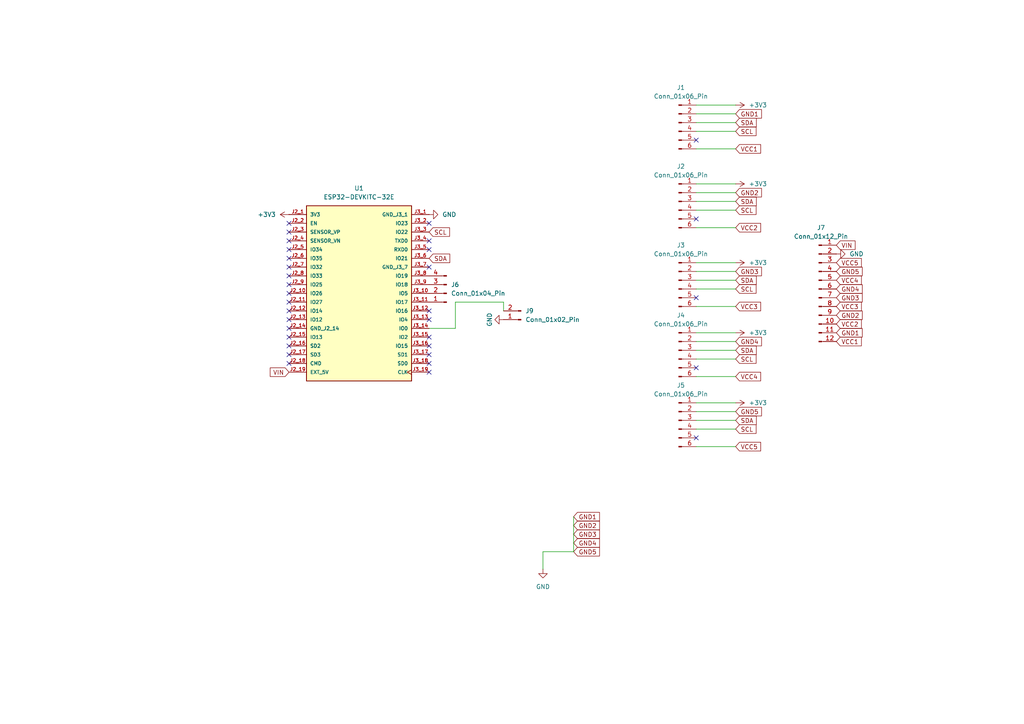
<source format=kicad_sch>
(kicad_sch (version 20231120) (generator "eeschema") (generator_version "8.0")
  (paper "A4")
  (lib_symbols
    (symbol "Connector:Conn_01x02_Pin" (pin_names (offset 1.016) hide)
      (property "Reference" "J" (at 0 2.54 0))
      (property "Value" "Conn_01x02_Pin" (at 0 -5.08 0))
      (symbol "Conn_01x02_Pin_1_1"
        (polyline (pts (xy 1.27 -2.54) (xy 0.8636 -2.54)) (stroke (width 0.1524)))
        (polyline (pts (xy 1.27 0) (xy 0.8636 0)) (stroke (width 0.1524)))
        (rectangle (start 0.8636 -2.413) (end 0 -2.667) (stroke (width 0.1524)) (fill (type outline)))
        (rectangle (start 0.8636 0.127) (end 0 -0.127) (stroke (width 0.1524)) (fill (type outline)))
        (pin passive line (at 5.08 0 180) (length 3.81) (name "Pin_1") (number "1"))
        (pin passive line (at 5.08 -2.54 180) (length 3.81) (name "Pin_2") (number "2"))
      )
    )
    (symbol "Connector:Conn_01x04_Pin" (pin_names (offset 1.016) hide)
      (property "Reference" "J" (at 0 5.08 0))
      (property "Value" "Conn_01x04_Pin" (at 0 -7.62 0))
      (symbol "Conn_01x04_Pin_1_1"
        (polyline (pts (xy 1.27 -5.08) (xy 0.8636 -5.08)) (stroke (width 0.1524)))
        (polyline (pts (xy 1.27 -2.54) (xy 0.8636 -2.54)) (stroke (width 0.1524)))
        (polyline (pts (xy 1.27 0) (xy 0.8636 0)) (stroke (width 0.1524)))
        (polyline (pts (xy 1.27 2.54) (xy 0.8636 2.54)) (stroke (width 0.1524)))
        (rectangle (start 0.8636 -4.953) (end 0 -5.207) (stroke (width 0.1524)) (fill (type outline)))
        (rectangle (start 0.8636 -2.413) (end 0 -2.667) (stroke (width 0.1524)) (fill (type outline)))
        (rectangle (start 0.8636 0.127) (end 0 -0.127) (stroke (width 0.1524)) (fill (type outline)))
        (rectangle (start 0.8636 2.667) (end 0 2.413) (stroke (width 0.1524)) (fill (type outline)))
        (pin passive line (at 5.08 2.54 180) (length 3.81) (name "Pin_1") (number "1"))
        (pin passive line (at 5.08 0 180) (length 3.81) (name "Pin_2") (number "2"))
        (pin passive line (at 5.08 -2.54 180) (length 3.81) (name "Pin_3") (number "3"))
        (pin passive line (at 5.08 -5.08 180) (length 3.81) (name "Pin_4") (number "4"))
      )
    )
    (symbol "Connector:Conn_01x06_Pin" (pin_names (offset 1.016) hide)
      (property "Reference" "J" (at 0 7.62 0))
      (property "Value" "Conn_01x06_Pin" (at 0 -10.16 0))
      (symbol "Conn_01x06_Pin_1_1"
        (polyline (pts (xy 1.27 -7.62) (xy 0.8636 -7.62)) (stroke (width 0.1524)))
        (polyline (pts (xy 1.27 -5.08) (xy 0.8636 -5.08)) (stroke (width 0.1524)))
        (polyline (pts (xy 1.27 -2.54) (xy 0.8636 -2.54)) (stroke (width 0.1524)))
        (polyline (pts (xy 1.27 0) (xy 0.8636 0)) (stroke (width 0.1524)))
        (polyline (pts (xy 1.27 2.54) (xy 0.8636 2.54)) (stroke (width 0.1524)))
        (polyline (pts (xy 1.27 5.08) (xy 0.8636 5.08)) (stroke (width 0.1524)))
        (rectangle (start 0.8636 -7.493) (end 0 -7.747) (stroke (width 0.1524)) (fill (type outline)))
        (rectangle (start 0.8636 -4.953) (end 0 -5.207) (stroke (width 0.1524)) (fill (type outline)))
        (rectangle (start 0.8636 -2.413) (end 0 -2.667) (stroke (width 0.1524)) (fill (type outline)))
        (rectangle (start 0.8636 0.127) (end 0 -0.127) (stroke (width 0.1524)) (fill (type outline)))
        (rectangle (start 0.8636 2.667) (end 0 2.413) (stroke (width 0.1524)) (fill (type outline)))
        (rectangle (start 0.8636 5.207) (end 0 4.953) (stroke (width 0.1524)) (fill (type outline)))
        (pin passive line (at 5.08 5.08 180) (length 3.81) (name "Pin_1") (number "1"))
        (pin passive line (at 5.08 2.54 180) (length 3.81) (name "Pin_2") (number "2"))
        (pin passive line (at 5.08 0 180) (length 3.81) (name "Pin_3") (number "3"))
        (pin passive line (at 5.08 -2.54 180) (length 3.81) (name "Pin_4") (number "4"))
        (pin passive line (at 5.08 -5.08 180) (length 3.81) (name "Pin_5") (number "5"))
        (pin passive line (at 5.08 -7.62 180) (length 3.81) (name "Pin_6") (number "6"))
      )
    )
    (symbol "Connector:Conn_01x12_Pin" (pin_names (offset 1.016) hide)
      (property "Reference" "J" (at 0 15.24 0))
      (property "Value" "Conn_01x12_Pin" (at 0 -17.78 0))
      (symbol "Conn_01x12_Pin_1_1"
        (polyline (pts (xy 1.27 -15.24) (xy 0.8636 -15.24)) (stroke (width 0.1524)))
        (polyline (pts (xy 1.27 -12.7) (xy 0.8636 -12.7)) (stroke (width 0.1524)))
        (polyline (pts (xy 1.27 -10.16) (xy 0.8636 -10.16)) (stroke (width 0.1524)))
        (polyline (pts (xy 1.27 -7.62) (xy 0.8636 -7.62)) (stroke (width 0.1524)))
        (polyline (pts (xy 1.27 -5.08) (xy 0.8636 -5.08)) (stroke (width 0.1524)))
        (polyline (pts (xy 1.27 -2.54) (xy 0.8636 -2.54)) (stroke (width 0.1524)))
        (polyline (pts (xy 1.27 0) (xy 0.8636 0)) (stroke (width 0.1524)))
        (polyline (pts (xy 1.27 2.54) (xy 0.8636 2.54)) (stroke (width 0.1524)))
        (polyline (pts (xy 1.27 5.08) (xy 0.8636 5.08)) (stroke (width 0.1524)))
        (polyline (pts (xy 1.27 7.62) (xy 0.8636 7.62)) (stroke (width 0.1524)))
        (polyline (pts (xy 1.27 10.16) (xy 0.8636 10.16)) (stroke (width 0.1524)))
        (polyline (pts (xy 1.27 12.7) (xy 0.8636 12.7)) (stroke (width 0.1524)))
        (rectangle (start 0.8636 -15.113) (end 0 -15.367) (stroke (width 0.1524)) (fill (type outline)))
        (rectangle (start 0.8636 -12.573) (end 0 -12.827) (stroke (width 0.1524)) (fill (type outline)))
        (rectangle (start 0.8636 -10.033) (end 0 -10.287) (stroke (width 0.1524)) (fill (type outline)))
        (rectangle (start 0.8636 -7.493) (end 0 -7.747) (stroke (width 0.1524)) (fill (type outline)))
        (rectangle (start 0.8636 -4.953) (end 0 -5.207) (stroke (width 0.1524)) (fill (type outline)))
        (rectangle (start 0.8636 -2.413) (end 0 -2.667) (stroke (width 0.1524)) (fill (type outline)))
        (rectangle (start 0.8636 0.127) (end 0 -0.127) (stroke (width 0.1524)) (fill (type outline)))
        (rectangle (start 0.8636 2.667) (end 0 2.413) (stroke (width 0.1524)) (fill (type outline)))
        (rectangle (start 0.8636 5.207) (end 0 4.953) (stroke (width 0.1524)) (fill (type outline)))
        (rectangle (start 0.8636 7.747) (end 0 7.493) (stroke (width 0.1524)) (fill (type outline)))
        (rectangle (start 0.8636 10.287) (end 0 10.033) (stroke (width 0.1524)) (fill (type outline)))
        (rectangle (start 0.8636 12.827) (end 0 12.573) (stroke (width 0.1524)) (fill (type outline)))
        (pin passive line (at 5.08 12.7 180) (length 3.81) (name "Pin_1") (number "1"))
        (pin passive line (at 5.08 -10.16 180) (length 3.81) (name "Pin_10") (number "10"))
        (pin passive line (at 5.08 -12.7 180) (length 3.81) (name "Pin_11") (number "11"))
        (pin passive line (at 5.08 -15.24 180) (length 3.81) (name "Pin_12") (number "12"))
        (pin passive line (at 5.08 10.16 180) (length 3.81) (name "Pin_2") (number "2"))
        (pin passive line (at 5.08 7.62 180) (length 3.81) (name "Pin_3") (number "3"))
        (pin passive line (at 5.08 5.08 180) (length 3.81) (name "Pin_4") (number "4"))
        (pin passive line (at 5.08 2.54 180) (length 3.81) (name "Pin_5") (number "5"))
        (pin passive line (at 5.08 0 180) (length 3.81) (name "Pin_6") (number "6"))
        (pin passive line (at 5.08 -2.54 180) (length 3.81) (name "Pin_7") (number "7"))
        (pin passive line (at 5.08 -5.08 180) (length 3.81) (name "Pin_8") (number "8"))
        (pin passive line (at 5.08 -7.62 180) (length 3.81) (name "Pin_9") (number "9"))
      )
    )
    (symbol "ESP32-DEVKITC-32E:ESP32-DEVKITC-32E" (pin_names (offset 1.016))
      (property "Reference" "U" (at -15.24 26.162 0))
      (property "Value" "ESP32-DEVKITC-32E" (at -15.24 -27.94 0))
      (symbol "ESP32-DEVKITC-32E_0_0"
        (rectangle (start -15.24 -25.4) (end 15.24 25.4) (stroke (width 0.254)) (fill (type background)))
        (pin power_in line (at -20.32 22.86 0) (length 5.08) (name "3V3") (number "J2_1"))
        (pin bidirectional line (at -20.32 0 0) (length 5.08) (name "IO26") (number "J2_10"))
        (pin bidirectional line (at -20.32 -2.54 0) (length 5.08) (name "IO27") (number "J2_11"))
        (pin bidirectional line (at -20.32 -5.08 0) (length 5.08) (name "IO14") (number "J2_12"))
        (pin bidirectional line (at -20.32 -7.62 0) (length 5.08) (name "IO12") (number "J2_13"))
        (pin power_in line (at -20.32 -10.16 0) (length 5.08) (name "GND_J2_14") (number "J2_14"))
        (pin bidirectional line (at -20.32 -12.7 0) (length 5.08) (name "IO13") (number "J2_15"))
        (pin bidirectional line (at -20.32 -15.24 0) (length 5.08) (name "SD2") (number "J2_16"))
        (pin bidirectional line (at -20.32 -17.78 0) (length 5.08) (name "SD3") (number "J2_17"))
        (pin bidirectional line (at -20.32 -20.32 0) (length 5.08) (name "CMD") (number "J2_18"))
        (pin power_in line (at -20.32 -22.86 0) (length 5.08) (name "EXT_5V") (number "J2_19"))
        (pin input line (at -20.32 20.32 0) (length 5.08) (name "EN") (number "J2_2"))
        (pin bidirectional line (at -20.32 17.78 0) (length 5.08) (name "SENSOR_VP") (number "J2_3"))
        (pin bidirectional line (at -20.32 15.24 0) (length 5.08) (name "SENSOR_VN") (number "J2_4"))
        (pin bidirectional line (at -20.32 12.7 0) (length 5.08) (name "IO34") (number "J2_5"))
        (pin bidirectional line (at -20.32 10.16 0) (length 5.08) (name "IO35") (number "J2_6"))
        (pin bidirectional line (at -20.32 7.62 0) (length 5.08) (name "IO32") (number "J2_7"))
        (pin bidirectional line (at -20.32 5.08 0) (length 5.08) (name "IO33") (number "J2_8"))
        (pin bidirectional line (at -20.32 2.54 0) (length 5.08) (name "IO25") (number "J2_9"))
        (pin power_in line (at 20.32 22.86 180) (length 5.08) (name "GND_J3_1") (number "J3_1"))
        (pin bidirectional line (at 20.32 0 180) (length 5.08) (name "IO5") (number "J3_10"))
        (pin bidirectional line (at 20.32 -2.54 180) (length 5.08) (name "IO17") (number "J3_11"))
        (pin bidirectional line (at 20.32 -5.08 180) (length 5.08) (name "IO16") (number "J3_12"))
        (pin bidirectional line (at 20.32 -7.62 180) (length 5.08) (name "IO4") (number "J3_13"))
        (pin bidirectional line (at 20.32 -10.16 180) (length 5.08) (name "IO0") (number "J3_14"))
        (pin bidirectional line (at 20.32 -12.7 180) (length 5.08) (name "IO2") (number "J3_15"))
        (pin bidirectional line (at 20.32 -15.24 180) (length 5.08) (name "IO15") (number "J3_16"))
        (pin bidirectional line (at 20.32 -17.78 180) (length 5.08) (name "SD1") (number "J3_17"))
        (pin bidirectional line (at 20.32 -20.32 180) (length 5.08) (name "SD0") (number "J3_18"))
        (pin bidirectional clock (at 20.32 -22.86 180) (length 5.08) (name "CLK") (number "J3_19"))
        (pin bidirectional line (at 20.32 20.32 180) (length 5.08) (name "IO23") (number "J3_2"))
        (pin bidirectional line (at 20.32 17.78 180) (length 5.08) (name "IO22") (number "J3_3"))
        (pin bidirectional line (at 20.32 15.24 180) (length 5.08) (name "TXD0") (number "J3_4"))
        (pin bidirectional line (at 20.32 12.7 180) (length 5.08) (name "RXD0") (number "J3_5"))
        (pin bidirectional line (at 20.32 10.16 180) (length 5.08) (name "IO21") (number "J3_6"))
        (pin power_in line (at 20.32 7.62 180) (length 5.08) (name "GND_J3_7") (number "J3_7"))
        (pin bidirectional line (at 20.32 5.08 180) (length 5.08) (name "IO19") (number "J3_8"))
        (pin bidirectional line (at 20.32 2.54 180) (length 5.08) (name "IO18") (number "J3_9"))
      )
    )
    (symbol "power:+3V3" (power) (pin_numbers hide) (pin_names (offset 0) hide)
      (property "Value" "+3V3" (at 0 3.556 0))
      (symbol "+3V3_0_1"
        (polyline (pts (xy -0.762 1.27) (xy 0 2.54)))
        (polyline (pts (xy 0 0) (xy 0 2.54)))
        (polyline (pts (xy 0 2.54) (xy 0.762 1.27)))
      )
      (symbol "+3V3_1_1"
        (pin power_in line (at 0 0 90) (length 0) (name "~") (number "1"))
      )
    )
    (symbol "power:GND" (power) (pin_numbers hide) (pin_names (offset 0) hide)
      (property "Value" "GND" (at 0 -3.81 0))
      (symbol "GND_0_1"
        (polyline (pts (xy 0 0) (xy 0 -1.27) (xy 1.27 -1.27) (xy 0 -2.54) (xy -1.27 -1.27) (xy 0 -1.27)))
      )
      (symbol "GND_1_1"
        (pin power_in line (at 0 0 270) (length 0) (name "~") (number "1"))
      )
    )
  )
  (no_connect (at 83.82 92.71))
  (no_connect (at 83.82 67.31))
  (no_connect (at 83.82 77.47))
  (no_connect (at 83.82 74.93))
  (no_connect (at 83.82 80.01))
  (no_connect (at 83.82 69.85))
  (no_connect (at 83.82 72.39))
  (no_connect (at 124.46 77.47))
  (no_connect (at 124.46 72.39))
  (no_connect (at 83.82 64.77))
  (no_connect (at 124.46 97.79))
  (no_connect (at 83.82 82.55))
  (no_connect (at 124.46 69.85))
  (no_connect (at 83.82 87.63))
  (no_connect (at 124.46 64.77))
  (no_connect (at 83.82 100.33))
  (no_connect (at 124.46 90.17))
  (no_connect (at 201.93 63.5))
  (no_connect (at 124.46 92.71))
  (no_connect (at 201.93 86.36))
  (no_connect (at 124.46 107.95))
  (no_connect (at 83.82 90.17))
  (no_connect (at 83.82 97.79))
  (no_connect (at 83.82 102.87))
  (no_connect (at 83.82 105.41))
  (no_connect (at 201.93 106.68))
  (no_connect (at 83.82 95.25))
  (no_connect (at 201.93 127))
  (no_connect (at 201.93 40.64))
  (no_connect (at 124.46 100.33))
  (no_connect (at 124.46 105.41))
  (no_connect (at 83.82 85.09))
  (no_connect (at 124.46 102.87))
  (wire (pts (xy 213.36 43.18) (xy 201.93 43.18)))
  (wire (pts (xy 213.36 99.06) (xy 201.93 99.06)))
  (wire (pts (xy 213.36 78.74) (xy 201.93 78.74)))
  (wire (pts (xy 213.36 116.84) (xy 201.93 116.84)))
  (wire (pts (xy 213.36 129.54) (xy 201.93 129.54)))
  (wire (pts (xy 213.36 60.96) (xy 201.93 60.96)))
  (wire (pts (xy 213.36 88.9) (xy 201.93 88.9)))
  (wire (pts (xy 166.37 149.86) (xy 166.37 160.02)))
  (wire (pts (xy 213.36 104.14) (xy 201.93 104.14)))
  (wire (pts (xy 213.36 53.34) (xy 201.93 53.34)))
  (wire (pts (xy 213.36 124.46) (xy 201.93 124.46)))
  (wire (pts (xy 213.36 38.1) (xy 201.93 38.1)))
  (wire (pts (xy 213.36 76.2) (xy 201.93 76.2)))
  (wire (pts (xy 213.36 58.42) (xy 201.93 58.42)))
  (wire (pts (xy 213.36 81.28) (xy 201.93 81.28)))
  (wire (pts (xy 213.36 109.22) (xy 201.93 109.22)))
  (wire (pts (xy 213.36 101.6) (xy 201.93 101.6)))
  (wire (pts (xy 213.36 121.92) (xy 201.93 121.92)))
  (wire (pts (xy 146.05 87.63) (xy 146.05 90.17)))
  (wire (pts (xy 213.36 35.56) (xy 201.93 35.56)))
  (wire (pts (xy 213.36 96.52) (xy 201.93 96.52)))
  (wire (pts (xy 132.08 87.63) (xy 146.05 87.63)))
  (wire (pts (xy 157.48 165.1) (xy 157.48 160.02)))
  (wire (pts (xy 213.36 30.48) (xy 201.93 30.48)))
  (wire (pts (xy 213.36 55.88) (xy 201.93 55.88)))
  (wire (pts (xy 213.36 119.38) (xy 201.93 119.38)))
  (wire (pts (xy 124.46 95.25) (xy 132.08 95.25)))
  (wire (pts (xy 213.36 83.82) (xy 201.93 83.82)))
  (wire (pts (xy 213.36 33.02) (xy 201.93 33.02)))
  (wire (pts (xy 132.08 95.25) (xy 132.08 87.63)))
  (wire (pts (xy 213.36 66.04) (xy 201.93 66.04)))
  (wire (pts (xy 157.48 160.02) (xy 166.37 160.02)))
  (global_label "GND4" (shape input) (at 242.57 83.82 0) (property "Intersheetrefs" "${INTERSHEET_REFS}" (effects (hide yes))))
  (global_label "VIN" (shape input) (at 83.82 107.95 180) (property "Intersheetrefs" "${INTERSHEET_REFS}" (effects (hide yes))))
  (global_label "VCC1" (shape input) (at 213.36 43.18 0) (property "Intersheetrefs" "${INTERSHEET_REFS}" (effects (hide yes))))
  (global_label "SDA" (shape input) (at 124.46 74.93 0) (property "Intersheetrefs" "${INTERSHEET_REFS}" (effects (hide yes))))
  (global_label "GND5" (shape input) (at 242.57 78.74 0) (property "Intersheetrefs" "${INTERSHEET_REFS}" (effects (hide yes))))
  (global_label "SDA" (shape input) (at 213.36 121.92 0) (property "Intersheetrefs" "${INTERSHEET_REFS}" (effects (hide yes))))
  (global_label "SCL" (shape input) (at 213.36 60.96 0) (property "Intersheetrefs" "${INTERSHEET_REFS}" (effects (hide yes))))
  (global_label "VCC5" (shape input) (at 242.57 76.2 0) (property "Intersheetrefs" "${INTERSHEET_REFS}" (effects (hide yes))))
  (global_label "GND2" (shape input) (at 213.36 55.88 0) (property "Intersheetrefs" "${INTERSHEET_REFS}" (effects (hide yes))))
  (global_label "SCL" (shape input) (at 213.36 104.14 0) (property "Intersheetrefs" "${INTERSHEET_REFS}" (effects (hide yes))))
  (global_label "GND4" (shape input) (at 166.37 157.48 0) (property "Intersheetrefs" "${INTERSHEET_REFS}" (effects (hide yes))))
  (global_label "GND3" (shape input) (at 213.36 78.74 0) (property "Intersheetrefs" "${INTERSHEET_REFS}" (effects (hide yes))))
  (global_label "GND3" (shape input) (at 242.57 86.36 0) (property "Intersheetrefs" "${INTERSHEET_REFS}" (effects (hide yes))))
  (global_label "VCC2" (shape input) (at 242.57 93.98 0) (property "Intersheetrefs" "${INTERSHEET_REFS}" (effects (hide yes))))
  (global_label "GND2" (shape input) (at 166.37 152.4 0) (property "Intersheetrefs" "${INTERSHEET_REFS}" (effects (hide yes))))
  (global_label "VCC5" (shape input) (at 213.36 129.54 0) (property "Intersheetrefs" "${INTERSHEET_REFS}" (effects (hide yes))))
  (global_label "GND5" (shape input) (at 166.37 160.02 0) (property "Intersheetrefs" "${INTERSHEET_REFS}" (effects (hide yes))))
  (global_label "SDA" (shape input) (at 213.36 81.28 0) (property "Intersheetrefs" "${INTERSHEET_REFS}" (effects (hide yes))))
  (global_label "VIN" (shape input) (at 242.57 71.12 0) (property "Intersheetrefs" "${INTERSHEET_REFS}" (effects (hide yes))))
  (global_label "GND4" (shape input) (at 213.36 99.06 0) (property "Intersheetrefs" "${INTERSHEET_REFS}" (effects (hide yes))))
  (global_label "VCC2" (shape input) (at 213.36 66.04 0) (property "Intersheetrefs" "${INTERSHEET_REFS}" (effects (hide yes))))
  (global_label "SDA" (shape input) (at 213.36 101.6 0) (property "Intersheetrefs" "${INTERSHEET_REFS}" (effects (hide yes))))
  (global_label "GND2" (shape input) (at 242.57 91.44 0) (property "Intersheetrefs" "${INTERSHEET_REFS}" (effects (hide yes))))
  (global_label "GND1" (shape input) (at 166.37 149.86 0) (property "Intersheetrefs" "${INTERSHEET_REFS}" (effects (hide yes))))
  (global_label "GND1" (shape input) (at 213.36 33.02 0) (property "Intersheetrefs" "${INTERSHEET_REFS}" (effects (hide yes))))
  (global_label "SCL" (shape input) (at 213.36 38.1 0) (property "Intersheetrefs" "${INTERSHEET_REFS}" (effects (hide yes))))
  (global_label "VCC1" (shape input) (at 242.57 99.06 0) (property "Intersheetrefs" "${INTERSHEET_REFS}" (effects (hide yes))))
  (global_label "SCL" (shape input) (at 124.46 67.31 0) (property "Intersheetrefs" "${INTERSHEET_REFS}" (effects (hide yes))))
  (global_label "SDA" (shape input) (at 213.36 35.56 0) (property "Intersheetrefs" "${INTERSHEET_REFS}" (effects (hide yes))))
  (global_label "VCC3" (shape input) (at 242.57 88.9 0) (property "Intersheetrefs" "${INTERSHEET_REFS}" (effects (hide yes))))
  (global_label "GND3" (shape input) (at 166.37 154.94 0) (property "Intersheetrefs" "${INTERSHEET_REFS}" (effects (hide yes))))
  (global_label "SCL" (shape input) (at 213.36 124.46 0) (property "Intersheetrefs" "${INTERSHEET_REFS}" (effects (hide yes))))
  (global_label "SCL" (shape input) (at 213.36 83.82 0) (property "Intersheetrefs" "${INTERSHEET_REFS}" (effects (hide yes))))
  (global_label "VCC3" (shape input) (at 213.36 88.9 0) (property "Intersheetrefs" "${INTERSHEET_REFS}" (effects (hide yes))))
  (global_label "SDA" (shape input) (at 213.36 58.42 0) (property "Intersheetrefs" "${INTERSHEET_REFS}" (effects (hide yes))))
  (global_label "GND5" (shape input) (at 213.36 119.38 0) (property "Intersheetrefs" "${INTERSHEET_REFS}" (effects (hide yes))))
  (global_label "VCC4" (shape input) (at 242.57 81.28 0) (property "Intersheetrefs" "${INTERSHEET_REFS}" (effects (hide yes))))
  (global_label "GND1" (shape input) (at 242.57 96.52 0) (property "Intersheetrefs" "${INTERSHEET_REFS}" (effects (hide yes))))
  (global_label "VCC4" (shape input) (at 213.36 109.22 0) (property "Intersheetrefs" "${INTERSHEET_REFS}" (effects (hide yes))))
  (symbol (lib_id "power:+3V3") (at 213.36 116.84 270) (unit 1)
    (property "Reference" "#PWR016" (effects (hide yes)))
    (property "Value" "+3V3" (at 217.17 116.8399 90) (effects (justify left)))
    (property "Description" "Power symbol creates a global label with name \"+3V3\"" (effects (hide yes)))
  )
  (symbol (lib_id "power:GND") (at 124.46 62.23 90) (unit 1)
    (property "Reference" "#PWR05" (effects (hide yes)))
    (property "Value" "GND" (at 128.27 62.2299 90) (effects (justify right)))
    (property "Description" "Power symbol creates a global label with name \"GND\" , ground" (effects (hide yes)))
  )
  (symbol (lib_id "Connector:Conn_01x06_Pin") (at 196.85 121.92 0) (unit 1)
    (property "Reference" "J5" (at 197.485 111.76 0))
    (property "Value" "Conn_01x06_Pin" (at 197.485 114.3 0))
    (property "Footprint" "Connector_PinHeader_2.54mm:PinHeader_1x06_P2.54mm_Vertical" (effects (hide yes)))
    (property "Description" "Generic connector, single row, 01x06, script generated" (effects (hide yes)))
  )
  (symbol (lib_id "power:GND") (at 157.48 165.1 0) (unit 1)
    (property "Reference" "#PWR06" (effects (hide yes)))
    (property "Value" "GND" (at 157.48 170.18 0))
    (property "Description" "Power symbol creates a global label with name \"GND\" , ground" (effects (hide yes)))
  )
  (symbol (lib_id "Connector:Conn_01x12_Pin") (at 237.49 83.82 0) (unit 1)
    (property "Reference" "J7" (at 238.125 66.04 0))
    (property "Value" "Conn_01x12_Pin" (at 238.125 68.58 0))
    (property "Footprint" "Connector_PinHeader_2.54mm:PinHeader_1x12_P2.54mm_Vertical" (effects (hide yes)))
    (property "Description" "Generic connector, single row, 01x12, script generated" (effects (hide yes)))
  )
  (symbol (lib_id "Connector:Conn_01x06_Pin") (at 196.85 58.42 0) (unit 1)
    (property "Reference" "J2" (at 197.485 48.26 0))
    (property "Value" "Conn_01x06_Pin" (at 197.485 50.8 0))
    (property "Footprint" "Connector_PinHeader_2.54mm:PinHeader_1x06_P2.54mm_Vertical" (effects (hide yes)))
    (property "Description" "Generic connector, single row, 01x06, script generated" (effects (hide yes)))
  )
  (symbol (lib_id "Connector:Conn_01x06_Pin") (at 196.85 81.28 0) (unit 1)
    (property "Reference" "J3" (at 197.485 71.12 0))
    (property "Value" "Conn_01x06_Pin" (at 197.485 73.66 0))
    (property "Footprint" "Connector_PinHeader_2.54mm:PinHeader_1x06_P2.54mm_Vertical" (effects (hide yes)))
    (property "Description" "Generic connector, single row, 01x06, script generated" (effects (hide yes)))
  )
  (symbol (lib_id "power:+3V3") (at 213.36 76.2 270) (unit 1)
    (property "Reference" "#PWR010" (effects (hide yes)))
    (property "Value" "+3V3" (at 217.17 76.1999 90) (effects (justify left)))
    (property "Description" "Power symbol creates a global label with name \"+3V3\"" (effects (hide yes)))
  )
  (symbol (lib_id "power:+3V3") (at 213.36 30.48 270) (unit 1)
    (property "Reference" "#PWR01" (effects (hide yes)))
    (property "Value" "+3V3" (at 217.17 30.4799 90) (effects (justify left)))
    (property "Description" "Power symbol creates a global label with name \"+3V3\"" (effects (hide yes)))
  )
  (symbol (lib_id "power:+3V3") (at 213.36 96.52 270) (unit 1)
    (property "Reference" "#PWR013" (effects (hide yes)))
    (property "Value" "+3V3" (at 217.17 96.5199 90) (effects (justify left)))
    (property "Description" "Power symbol creates a global label with name \"+3V3\"" (effects (hide yes)))
  )
  (symbol (lib_id "power:GND") (at 146.05 92.71 270) (unit 1)
    (property "Reference" "#PWR09" (effects (hide yes)))
    (property "Value" "GND" (at 141.986 92.71 0))
    (property "Description" "Power symbol creates a global label with name \"GND\" , ground" (effects (hide yes)))
  )
  (symbol (lib_id "Connector:Conn_01x04_Pin") (at 129.54 85.09 180) (unit 1)
    (property "Reference" "J6" (at 130.81 82.5499 0) (effects (justify right)))
    (property "Value" "Conn_01x04_Pin" (at 130.81 85.0899 0) (effects (justify right)))
    (property "Footprint" "Connector_PinHeader_2.54mm:PinHeader_1x04_P2.54mm_Vertical" (effects (hide yes)))
    (property "Description" "Generic connector, single row, 01x04, script generated" (effects (hide yes)))
  )
  (symbol (lib_id "power:+3V3") (at 213.36 53.34 270) (unit 1)
    (property "Reference" "#PWR07" (effects (hide yes)))
    (property "Value" "+3V3" (at 217.17 53.3399 90) (effects (justify left)))
    (property "Description" "Power symbol creates a global label with name \"+3V3\"" (effects (hide yes)))
  )
  (symbol (lib_id "power:GND") (at 242.57 73.66 90) (unit 1)
    (property "Reference" "#PWR08" (effects (hide yes)))
    (property "Value" "GND" (at 246.38 73.6601 90) (effects (justify right)))
    (property "Description" "Power symbol creates a global label with name \"GND\" , ground" (effects (hide yes)))
  )
  (symbol (lib_id "power:+3V3") (at 83.82 62.23 90) (unit 1)
    (property "Reference" "#PWR04" (effects (hide yes)))
    (property "Value" "+3V3" (at 80.01 62.2299 90) (effects (justify left)))
    (property "Description" "Power symbol creates a global label with name \"+3V3\"" (effects (hide yes)))
  )
  (symbol (lib_id "Connector:Conn_01x06_Pin") (at 196.85 35.56 0) (unit 1)
    (property "Reference" "J1" (at 197.485 25.4 0))
    (property "Value" "Conn_01x06_Pin" (at 197.485 27.94 0))
    (property "Footprint" "Connector_PinHeader_2.54mm:PinHeader_1x06_P2.54mm_Vertical" (effects (hide yes)))
    (property "Description" "Generic connector, single row, 01x06, script generated" (effects (hide yes)))
  )
  (symbol (lib_id "Connector:Conn_01x06_Pin") (at 196.85 101.6 0) (unit 1)
    (property "Reference" "J4" (at 197.485 91.44 0))
    (property "Value" "Conn_01x06_Pin" (at 197.485 93.98 0))
    (property "Footprint" "Connector_PinHeader_2.54mm:PinHeader_1x06_P2.54mm_Vertical" (effects (hide yes)))
    (property "Description" "Generic connector, single row, 01x06, script generated" (effects (hide yes)))
  )
  (symbol (lib_id "ESP32-DEVKITC-32E:ESP32-DEVKITC-32E") (at 104.14 85.09 0) (unit 1)
    (property "Reference" "U1" (at 104.14 54.61 0))
    (property "Value" "ESP32-DEVKITC-32E" (at 104.14 57.15 0))
    (property "Footprint" "ESP32_DEVKITC_32E:MODULE_ESP32-DEVKITC-32E" (effects (hide yes)))
    (property "PARTREV" "1.4" (effects (hide yes)))
    (property "STANDARD" "Manufacturer Recommendations" (effects (hide yes)))
    (property "MANUFACTURER" "Espressif Systems" (effects (hide yes)))
  )
  (symbol (lib_id "Connector:Conn_01x02_Pin") (at 151.13 92.71 180) (unit 1)
    (property "Reference" "J9" (at 152.4 90.1699 0) (effects (justify right)))
    (property "Value" "Conn_01x02_Pin" (at 152.4 92.7099 0) (effects (justify right)))
    (property "Footprint" "Connector_PinHeader_2.54mm:PinHeader_1x02_P2.54mm_Vertical" (effects (hide yes)))
    (property "Description" "Generic connector, single row, 01x02, script generated" (effects (hide yes)))
  )
)
</source>
